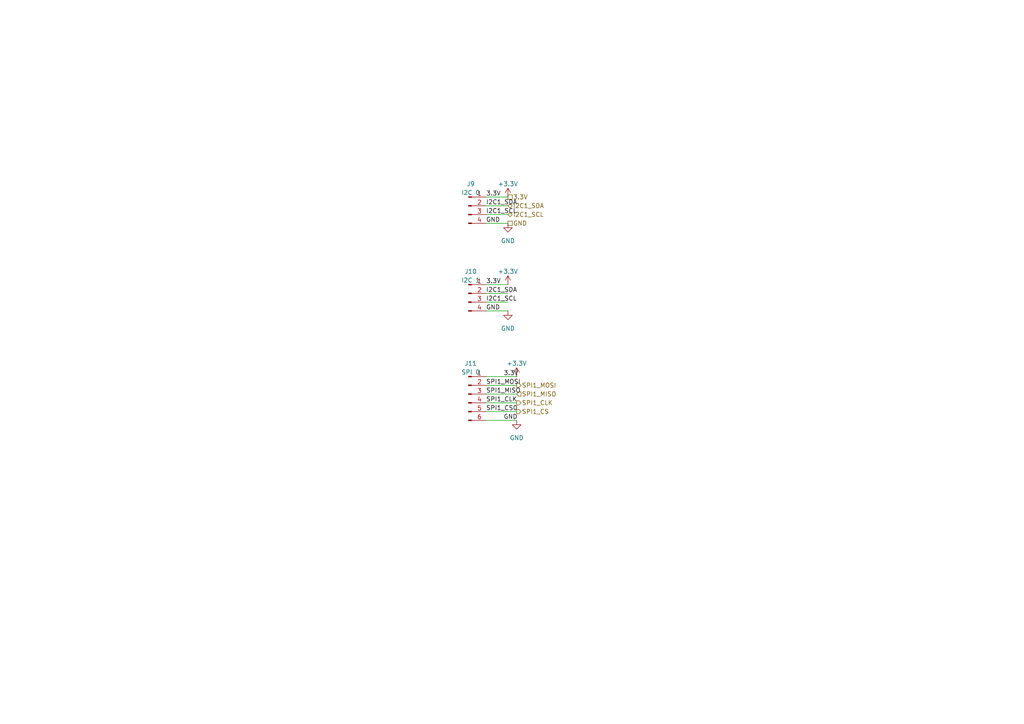
<source format=kicad_sch>
(kicad_sch (version 20230121) (generator eeschema)
  (paper "A4")
  (title_block (title "ConnectorX") (date "2023-11-14") (rev "2") (company "Evan Rust"))
  (lib_symbols
    (symbol "Connector:Conn_01x04_Pin" (pin_names (offset 1.016) hide)
      (property "Reference" "J" (at 0 5.08 0))
      (property "Value" "Conn_01x04_Pin" (at 0 -7.62 0))
      (symbol "Conn_01x04_Pin_1_1"
        (polyline (pts (xy 1.27 -5.08) (xy 0.8636 -5.08)) (stroke (width 0.1524)))
        (polyline (pts (xy 1.27 -2.54) (xy 0.8636 -2.54)) (stroke (width 0.1524)))
        (polyline (pts (xy 1.27 0) (xy 0.8636 0)) (stroke (width 0.1524)))
        (polyline (pts (xy 1.27 2.54) (xy 0.8636 2.54)) (stroke (width 0.1524)))
        (rectangle (start 0.8636 -4.953) (end 0 -5.207) (stroke (width 0.1524)) (fill (type outline)))
        (rectangle (start 0.8636 -2.413) (end 0 -2.667) (stroke (width 0.1524)) (fill (type outline)))
        (rectangle (start 0.8636 0.127) (end 0 -0.127) (stroke (width 0.1524)) (fill (type outline)))
        (rectangle (start 0.8636 2.667) (end 0 2.413) (stroke (width 0.1524)) (fill (type outline)))
        (pin passive line (at 5.08 2.54 180) (length 3.81) (name "Pin_1") (number "1"))
        (pin passive line (at 5.08 0 180) (length 3.81) (name "Pin_2") (number "2"))
        (pin passive line (at 5.08 -2.54 180) (length 3.81) (name "Pin_3") (number "3"))
        (pin passive line (at 5.08 -5.08 180) (length 3.81) (name "Pin_4") (number "4"))
      )
    )
    (symbol "Connector:Conn_01x06_Pin" (pin_names (offset 1.016) hide)
      (property "Reference" "J" (at 0 7.62 0))
      (property "Value" "Conn_01x06_Pin" (at 0 -10.16 0))
      (symbol "Conn_01x06_Pin_1_1"
        (polyline (pts (xy 1.27 -7.62) (xy 0.8636 -7.62)) (stroke (width 0.1524)))
        (polyline (pts (xy 1.27 -5.08) (xy 0.8636 -5.08)) (stroke (width 0.1524)))
        (polyline (pts (xy 1.27 -2.54) (xy 0.8636 -2.54)) (stroke (width 0.1524)))
        (polyline (pts (xy 1.27 0) (xy 0.8636 0)) (stroke (width 0.1524)))
        (polyline (pts (xy 1.27 2.54) (xy 0.8636 2.54)) (stroke (width 0.1524)))
        (polyline (pts (xy 1.27 5.08) (xy 0.8636 5.08)) (stroke (width 0.1524)))
        (rectangle (start 0.8636 -7.493) (end 0 -7.747) (stroke (width 0.1524)) (fill (type outline)))
        (rectangle (start 0.8636 -4.953) (end 0 -5.207) (stroke (width 0.1524)) (fill (type outline)))
        (rectangle (start 0.8636 -2.413) (end 0 -2.667) (stroke (width 0.1524)) (fill (type outline)))
        (rectangle (start 0.8636 0.127) (end 0 -0.127) (stroke (width 0.1524)) (fill (type outline)))
        (rectangle (start 0.8636 2.667) (end 0 2.413) (stroke (width 0.1524)) (fill (type outline)))
        (rectangle (start 0.8636 5.207) (end 0 4.953) (stroke (width 0.1524)) (fill (type outline)))
        (pin passive line (at 5.08 5.08 180) (length 3.81) (name "Pin_1") (number "1"))
        (pin passive line (at 5.08 2.54 180) (length 3.81) (name "Pin_2") (number "2"))
        (pin passive line (at 5.08 0 180) (length 3.81) (name "Pin_3") (number "3"))
        (pin passive line (at 5.08 -2.54 180) (length 3.81) (name "Pin_4") (number "4"))
        (pin passive line (at 5.08 -5.08 180) (length 3.81) (name "Pin_5") (number "5"))
        (pin passive line (at 5.08 -7.62 180) (length 3.81) (name "Pin_6") (number "6"))
      )
    )
    (symbol "power:+3.3V" (power) (pin_names (offset 0))
      (property "Value" "+3.3V" (at 0 3.556 0))
      (symbol "+3.3V_0_1"
        (polyline (pts (xy -0.762 1.27) (xy 0 2.54)))
        (polyline (pts (xy 0 0) (xy 0 2.54)))
        (polyline (pts (xy 0 2.54) (xy 0.762 1.27)))
      )
      (symbol "+3.3V_1_1"
        (pin power_in line (at 0 0 90) (length 0) hide (name "+3.3V") (number "1"))
      )
    )
    (symbol "power:GND" (power) (pin_names (offset 0))
      (property "Value" "GND" (at 0 -3.81 0))
      (symbol "GND_0_1"
        (polyline (pts (xy 0 0) (xy 0 -1.27) (xy 1.27 -1.27) (xy 0 -2.54) (xy -1.27 -1.27) (xy 0 -1.27)))
      )
      (symbol "GND_1_1"
        (pin power_in line (at 0 0 270) (length 0) hide (name "GND") (number "1"))
      )
    )
  )
  (wire (pts (xy 140.97 82.55) (xy 147.32 82.55)))
  (wire (pts (xy 140.97 109.22) (xy 149.86 109.22)))
  (wire (pts (xy 140.97 64.77) (xy 147.32 64.77)))
  (wire (pts (xy 140.97 119.38) (xy 149.86 119.38)))
  (wire (pts (xy 140.97 57.15) (xy 147.32 57.15)))
  (wire (pts (xy 140.97 62.23) (xy 147.32 62.23)))
  (wire (pts (xy 140.97 87.63) (xy 147.32 87.63)))
  (wire (pts (xy 140.97 90.17) (xy 147.32 90.17)))
  (wire (pts (xy 140.97 85.09) (xy 147.32 85.09)))
  (wire (pts (xy 140.97 111.76) (xy 149.86 111.76)))
  (wire (pts (xy 140.97 59.69) (xy 147.32 59.69)))
  (wire (pts (xy 140.97 116.84) (xy 149.86 116.84)))
  (wire (pts (xy 140.97 114.3) (xy 149.86 114.3)))
  (wire (pts (xy 140.97 121.92) (xy 149.86 121.92)))
  (label "GND" (at 146.05 121.92 0))
  (label "I2C1_SDA" (at 140.97 59.69 0))
  (label "GND" (at 140.97 64.77 0))
  (label "GND" (at 140.97 90.17 0))
  (label "3.3V" (at 146.05 109.22 0))
  (label "SPI1_MOSI" (at 140.97 111.76 0))
  (label "I2C1_SCL" (at 140.97 87.63 0))
  (label "I2C1_SDA" (at 140.97 85.09 0))
  (label "3.3V" (at 140.97 82.55 0))
  (label "SPI1_MISO" (at 140.97 114.3 0))
  (label "SPI1_CLK" (at 140.97 116.84 0))
  (label "SPI1_CS0" (at 140.97 119.38 0))
  (label "I2C1_SCL" (at 140.97 62.23 0))
  (label "3.3V" (at 140.97 57.15 0))
  (hierarchical_label "I2C1_SDA" (shape bidirectional) (at 147.32 59.69 0))
  (hierarchical_label "SPI1_MOSI" (shape output) (at 149.86 111.76 0))
  (hierarchical_label "SPI1_CLK" (shape output) (at 149.86 116.84 0))
  (hierarchical_label "I2C1_SCL" (shape bidirectional) (at 147.32 62.23 0))
  (hierarchical_label "SPI1_MISO" (shape input) (at 149.86 114.3 0))
  (hierarchical_label "GND" (shape passive) (at 147.32 64.77 0))
  (hierarchical_label "3.3V" (shape passive) (at 147.32 57.15 0))
  (hierarchical_label "SPI1_CS" (shape output) (at 149.86 119.38 0))
  (symbol (lib_id "power:GND") (at 147.32 90.17 0) (unit 1)
    (property "Reference" "#PWR044" (effects hide))
    (property "Value" "GND" (at 147.32 95.25 0))
    (instances (project "ConnectorX" (path "" (reference "#PWR044") (unit 1))) (project "FRC_5690_Common_PCB" (path "" (reference "#PWR029") (unit 1))))
  )
  (symbol (lib_id "power:+3.3V") (at 149.86 109.22 0) (unit 1)
    (property "Reference" "#PWR045" (effects hide))
    (property "Value" "+3.3V" (at 149.86 105.41 0))
    (instances (project "ConnectorX" (path "" (reference "#PWR045") (unit 1))) (project "FRC_5690_Common_PCB" (path "" (reference "#PWR019") (unit 1))))
  )
  (symbol (lib_id "power:GND") (at 147.32 64.77 0) (unit 1)
    (property "Reference" "#PWR042" (effects hide))
    (property "Value" "GND" (at 147.32 69.85 0))
    (instances (project "ConnectorX" (path "" (reference "#PWR042") (unit 1))) (project "FRC_5690_Common_PCB" (path "" (reference "#PWR030") (unit 1))))
  )
  (symbol (lib_id "Connector:Conn_01x06_Pin") (at 135.89 114.3 0) (unit 1)
    (property "Reference" "J11" (at 136.525 105.41 0))
    (property "Value" "SPI 0" (at 136.525 107.95 0))
    (property "Footprint" "Connector_PinHeader_2.54mm:PinHeader_1x06_P2.54mm_Vertical" (effects hide))
    (instances (project "ConnectorX" (path "" (reference "J11") (unit 1))) (project "FRC_5690_Common_PCB" (path "" (reference "J8") (unit 1))))
  )
  (symbol (lib_id "Connector:Conn_01x04_Pin") (at 135.89 85.09 0) (unit 1)
    (property "Reference" "J10" (at 136.525 78.74 0))
    (property "Value" "I2C 1" (at 136.525 81.28 0))
    (property "Footprint" "Connector_PinHeader_2.54mm:PinHeader_1x04_P2.54mm_Vertical" (effects hide))
    (instances (project "ConnectorX" (path "" (reference "J10") (unit 1))) (project "FRC_5690_Common_PCB" (path "" (reference "J3") (unit 1))))
  )
  (symbol (lib_id "power:+3.3V") (at 147.32 82.55 0) (unit 1)
    (property "Reference" "#PWR043" (effects hide))
    (property "Value" "+3.3V" (at 147.32 78.74 0))
    (instances (project "ConnectorX" (path "" (reference "#PWR043") (unit 1))) (project "FRC_5690_Common_PCB" (path "" (reference "#PWR025") (unit 1))))
  )
  (symbol (lib_id "Connector:Conn_01x04_Pin") (at 135.89 59.69 0) (unit 1)
    (property "Reference" "J9" (at 136.525 53.34 0))
    (property "Value" "I2C 0" (at 136.525 55.88 0))
    (property "Footprint" "Connector_PinHeader_2.54mm:PinHeader_1x04_P2.54mm_Vertical" (effects hide))
    (instances (project "ConnectorX" (path "" (reference "J9") (unit 1))) (project "FRC_5690_Common_PCB" (path "" (reference "J2") (unit 1))))
  )
  (symbol (lib_id "power:+3.3V") (at 147.32 57.15 0) (unit 1)
    (property "Reference" "#PWR041" (effects hide))
    (property "Value" "+3.3V" (at 147.32 53.34 0))
    (instances (project "ConnectorX" (path "" (reference "#PWR041") (unit 1))) (project "FRC_5690_Common_PCB" (path "" (reference "#PWR024") (unit 1))))
  )
  (symbol (lib_id "power:GND") (at 149.86 121.92 0) (unit 1)
    (property "Reference" "#PWR046" (effects hide))
    (property "Value" "GND" (at 149.86 127 0))
    (instances (project "ConnectorX" (path "" (reference "#PWR046") (unit 1))) (project "FRC_5690_Common_PCB" (path "" (reference "#PWR021") (unit 1))))
  )
)
</source>
